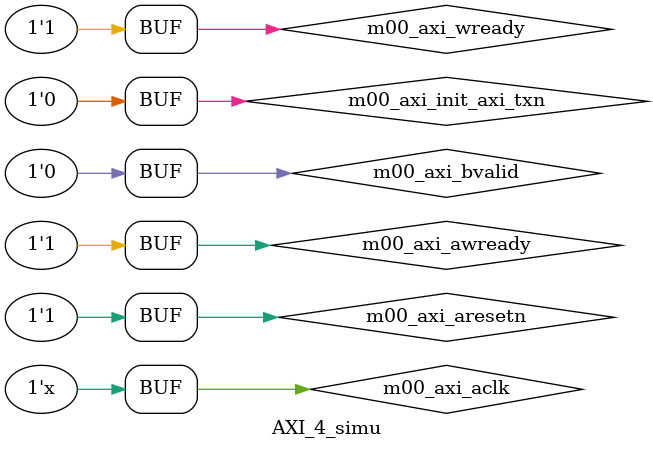
<source format=v>
`timescale 1ns / 1ps


module AXI_4_simu;
	parameter  C_M00_AXI_TARGET_SLAVE_BASE_ADDR	= 32'h30000000;
	parameter integer C_M00_AXI_BURST_LEN	= 16;
	parameter integer C_M00_AXI_ID_WIDTH	= 1;
	parameter integer C_M00_AXI_ADDR_WIDTH	= 32;
	parameter integer C_M00_AXI_DATA_WIDTH	= 32;
	parameter integer C_M00_AXI_AWUSER_WIDTH	= 0;
	parameter integer C_M00_AXI_ARUSER_WIDTH	= 0;
	parameter integer C_M00_AXI_WUSER_WIDTH	= 0;
	parameter integer C_M00_AXI_RUSER_WIDTH	= 0;
	parameter integer C_M00_AXI_BUSER_WIDTH	= 0;

	// Parameters of Axi Slave Bus Interface S_AXI_INTR
	parameter integer C_S_AXI_INTR_DATA_WIDTH	= 32;
	parameter integer C_S_AXI_INTR_ADDR_WIDTH	= 5;
	parameter integer C_NUM_OF_INTR	= 1;
	parameter  C_INTR_SENSITIVITY	= 32'hFFFFFFFF;
	parameter  C_INTR_ACTIVE_STATE	= 32'hFFFFFFFF;
	parameter integer C_IRQ_SENSITIVITY	= 1;
	parameter integer C_IRQ_ACTIVE_STATE	= 1;
	
	
		reg  m00_axi_init_axi_txn;
		wire  m00_axi_txn_done;
		wire  m00_axi_error;
		reg  m00_axi_aclk;
		reg  m00_axi_aresetn;
		wire [C_M00_AXI_ID_WIDTH-1 : 0] m00_axi_awid;
		wire [C_M00_AXI_ADDR_WIDTH-1 : 0] m00_axi_awaddr;
		wire [7 : 0] m00_axi_awlen;
		wire [2 : 0] m00_axi_awsize;
		wire [1 : 0] m00_axi_awburst;
		wire  m00_axi_awlock;
		wire [3 : 0] m00_axi_awcache;
		wire [2 : 0] m00_axi_awprot;
		wire [3 : 0] m00_axi_awqos;
		wire [C_M00_AXI_AWUSER_WIDTH-1 : 0] m00_axi_awuser;
		wire  m00_axi_awvalid;
		reg  m00_axi_awready;
		wire [C_M00_AXI_DATA_WIDTH-1 : 0] m00_axi_wdata;
		wire [C_M00_AXI_DATA_WIDTH/8-1 : 0] m00_axi_wstrb;
		wire  m00_axi_wlast;
		wire [C_M00_AXI_WUSER_WIDTH-1 : 0] m00_axi_wuser;
		wire  m00_axi_wvalid;
		reg  m00_axi_wready;
		reg [C_M00_AXI_ID_WIDTH-1 : 0] m00_axi_bid;
		reg [1 : 0] m00_axi_bresp;
		reg [C_M00_AXI_BUSER_WIDTH-1 : 0] m00_axi_buser;
		reg  m00_axi_bvalid;
		wire  m00_axi_bready;
		wire [C_M00_AXI_ID_WIDTH-1 : 0] m00_axi_arid;
		wire [C_M00_AXI_ADDR_WIDTH-1 : 0] m00_axi_araddr;
		wire [7 : 0] m00_axi_arlen;
		wire [2 : 0] m00_axi_arsize;
		wire [1 : 0] m00_axi_arburst;
		wire  m00_axi_arlock;
		wire [3 : 0] m00_axi_arcache;
		wire [2 : 0] m00_axi_arprot;
		wire [3 : 0] m00_axi_arqos;
		wire [C_M00_AXI_ARUSER_WIDTH-1 : 0] m00_axi_aruser;
		wire  m00_axi_arvalid;
		reg  m00_axi_arready;
		reg [C_M00_AXI_ID_WIDTH-1 : 0] m00_axi_rid;
		reg [C_M00_AXI_DATA_WIDTH-1 : 0] m00_axi_rdata;
		reg [1 : 0] m00_axi_rresp;
		reg  m00_axi_rlast;
		reg [C_M00_AXI_RUSER_WIDTH-1 : 0] m00_axi_ruser;
		reg  m00_axi_rvalid;
		wire  m00_axi_rready;

		// Ports of Axi Slave Bus Interface S_AXI_INTR
		reg  s_axi_intr_aclk;
		reg  s_axi_intr_aresetn;
		reg [C_S_AXI_INTR_ADDR_WIDTH-1 : 0] s_axi_intr_awaddr;
		reg [2 : 0] s_axi_intr_awprot;
		reg  s_axi_intr_awvalid;
		wire  s_axi_intr_awready;
		reg [C_S_AXI_INTR_DATA_WIDTH-1 : 0] s_axi_intr_wdata;
		reg [(C_S_AXI_INTR_DATA_WIDTH/8)-1 : 0] s_axi_intr_wstrb;
		reg  s_axi_intr_wvalid;
		wire  s_axi_intr_wready;
		wire [1 : 0] s_axi_intr_bresp;
		wire  s_axi_intr_bvalid;
		reg  s_axi_intr_bready;
		reg [C_S_AXI_INTR_ADDR_WIDTH-1 : 0] s_axi_intr_araddr;
		reg [2 : 0] s_axi_intr_arprot;
		reg  s_axi_intr_arvalid;
		wire  s_axi_intr_arready;
		wire [C_S_AXI_INTR_DATA_WIDTH-1 : 0] s_axi_intr_rdata;
		wire [1 : 0] s_axi_intr_rresp;
		wire  s_axi_intr_rvalid;
		reg  s_axi_intr_rready;
		wire  irq;
		
		// customized I/O 
		reg	[31:0]	s_axi_tdata;
		reg			s_axi_tvalid;
		wire			s_axi_tready;
	
	initial begin
		m00_axi_aclk = 0;
		m00_axi_aresetn = 1;
		m00_axi_init_axi_txn = 0;
		m00_axi_awready = 1;
		m00_axi_wready = 1;
		m00_axi_bvalid = 0;
		#10
		m00_axi_aresetn = 0;
		
		#10
		m00_axi_aresetn = 1;
		m00_axi_init_axi_txn = 1;	

		#10 
		m00_axi_init_axi_txn = 0;			
		m00_axi_awready = 1;
		m00_axi_wready = 1;	
		// m00_axi_bvalid = 1;
		
		#285
		m00_axi_bvalid = 1;
		#20
		m00_axi_bvalid = 0;
		#285
		m00_axi_bvalid = 1;	
		#20
		m00_axi_bvalid = 0;		
		#285
		m00_axi_bvalid = 1;
		#20
		m00_axi_bvalid = 0;
		#285
		m00_axi_bvalid = 1;	
		#20
		m00_axi_bvalid = 0;				
		#285
		m00_axi_bvalid = 1;
		#20
		m00_axi_bvalid = 0;
		#285
		m00_axi_bvalid = 1;	
		#20
		m00_axi_bvalid = 0;				
		
	end
	
	always 
	#5	m00_axi_aclk = !m00_axi_aclk;
	
	// always 
		// #180
		// m00_axi_bvalid = 1;
		// #10
		// m00_axi_bvalid = 0;

	
	
	
	AXI_Controller # ( 
		.C_M_TARGET_SLAVE_BASE_ADDR(C_M00_AXI_TARGET_SLAVE_BASE_ADDR),
		.C_M_AXI_BURST_LEN(C_M00_AXI_BURST_LEN),
		.C_M_AXI_ID_WIDTH(C_M00_AXI_ID_WIDTH),
		.C_M_AXI_ADDR_WIDTH(C_M00_AXI_ADDR_WIDTH),
		.C_M_AXI_DATA_WIDTH(C_M00_AXI_DATA_WIDTH),
		.C_M_AXI_AWUSER_WIDTH(C_M00_AXI_AWUSER_WIDTH),
		.C_M_AXI_ARUSER_WIDTH(C_M00_AXI_ARUSER_WIDTH),
		.C_M_AXI_WUSER_WIDTH(C_M00_AXI_WUSER_WIDTH),
		.C_M_AXI_RUSER_WIDTH(C_M00_AXI_RUSER_WIDTH),
		.C_M_AXI_BUSER_WIDTH(C_M00_AXI_BUSER_WIDTH)
	) AXI_Controller_inst (
		// Customized Data and control
		.s_axi_tdata(s_axi_tdata),
	
		.INIT_AXI_TXN(m00_axi_init_axi_txn),
		.TXN_DONE(m00_axi_txn_done),
		.ERROR(m00_axi_error),
		.M_AXI_ACLK(m00_axi_aclk),
		.M_AXI_ARESETN(m00_axi_aresetn),
		.M_AXI_AWID(m00_axi_awid),
		.M_AXI_AWADDR(m00_axi_awaddr),
		.M_AXI_AWLEN(m00_axi_awlen),
		.M_AXI_AWSIZE(m00_axi_awsize),
		.M_AXI_AWBURST(m00_axi_awburst),
		.M_AXI_AWLOCK(m00_axi_awlock),
		.M_AXI_AWCACHE(m00_axi_awcache),
		.M_AXI_AWPROT(m00_axi_awprot),
		.M_AXI_AWQOS(m00_axi_awqos),
		.M_AXI_AWUSER(m00_axi_awuser),
		.M_AXI_AWVALID(m00_axi_awvalid),
		.M_AXI_AWREADY(m00_axi_awready),
		.M_AXI_WDATA(m00_axi_wdata),
		.M_AXI_WSTRB(m00_axi_wstrb),
		.M_AXI_WLAST(m00_axi_wlast),
		.M_AXI_WUSER(m00_axi_wuser),
		.M_AXI_WVALID(m00_axi_wvalid),
		.M_AXI_WREADY(m00_axi_wready),
		.M_AXI_BID(m00_axi_bid),
		.M_AXI_BRESP(m00_axi_bresp),
		.M_AXI_BUSER(m00_axi_buser),
		.M_AXI_BVALID(m00_axi_bvalid),
		.M_AXI_BREADY(m00_axi_bready),
		.M_AXI_ARID(m00_axi_arid),
		.M_AXI_ARADDR(m00_axi_araddr),
		.M_AXI_ARLEN(m00_axi_arlen),
		.M_AXI_ARSIZE(m00_axi_arsize),
		.M_AXI_ARBURST(m00_axi_arburst),
		.M_AXI_ARLOCK(m00_axi_arlock),
		.M_AXI_ARCACHE(m00_axi_arcache),
		.M_AXI_ARPROT(m00_axi_arprot),
		.M_AXI_ARQOS(m00_axi_arqos),
		.M_AXI_ARUSER(m00_axi_aruser),
		.M_AXI_ARVALID(m00_axi_arvalid),
		.M_AXI_ARREADY(m00_axi_arready),
		.M_AXI_RID(m00_axi_rid),
		.M_AXI_RDATA(m00_axi_rdata),
		.M_AXI_RRESP(m00_axi_rresp),
		.M_AXI_RLAST(m00_axi_rlast),
		.M_AXI_RUSER(m00_axi_ruser),
		.M_AXI_RVALID(m00_axi_rvalid),
		.M_AXI_RREADY(m00_axi_rready)
	);	
	
	
	
	
	
	
	
	
	
endmodule

</source>
